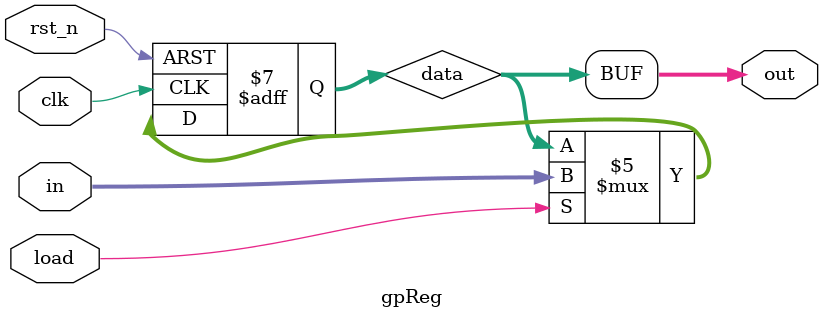
<source format=v>
/*
    These are all the byte registers:
    - S, Stack pointer ~ %spl
    - X and Y, Index registers ~ %sil, %dil
    - A, Accumulator ~ %al
*/

module gpReg #(parameter width = 8)
(
    input clk,
    input load,
    input rst_n,  // Asynchronous reset active low
    input [width-1:0] in,
    output [width-1:0] out
);

reg [width-1:0] data;

/* Should be 0 anyway, but for simulation purposes...
 */
initial
begin
    data = 0;
end

always @ (posedge clk or negedge rst_n)
begin 
    if(~rst_n)
        data=0;
    else if(load)
        data=in;
end

assign out = data;

endmodule : gpReg

</source>
